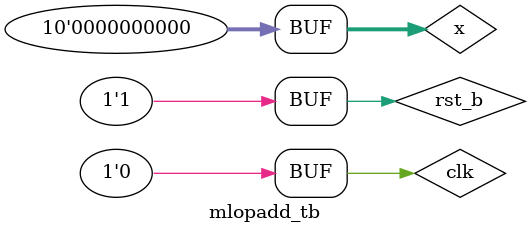
<source format=v>
module mlopadd(input clk, rst_b, input [9:0] x, output [15:0] a);
    wire [9:0] xb;
    rgst #(.w(10)) i0(.clk(clk), .rst_b(rst_b), .ld(1'd1), .clr(1'd0), .d(x), .q(xb));
    rgst #(.w(16)) i1(.clk(clk), .rst_b(rst_b), .ld(1'd1), .clr(1'd0), .d(xb+a), .q(a));
endmodule

module mlopadd_tb();
    reg clk, rst_b;
    reg [9:0] x;
    wire [15:0] a;

    mlopadd dut(.clk(clk), .rst_b(rst_b), .x(x), .a(a));

    localparam CLK_PERIOD = 100;
    localparam CLK_CYCLES = 202;
    
    initial begin
        clk = 0;
        repeat (2*CLK_CYCLES) #(CLK_PERIOD/2) clk = 1 - clk;
    end

    localparam RST_DURATION = 25;

    initial begin
        rst_b = 0;
        #(RST_DURATION) 
        rst_b = 1;
    end

    initial begin
        x = 1;
        repeat (198)  #(CLK_PERIOD) x = x + 3;
        #(CLK_PERIOD)   x = 0;
    end
endmodule
</source>
